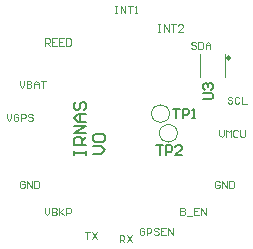
<source format=gto>
G04*
G04 #@! TF.GenerationSoftware,Altium Limited,Altium Designer,19.1.5 (86)*
G04*
G04 Layer_Color=65535*
%FSAX25Y25*%
%MOIN*%
G70*
G01*
G75*
%ADD10C,0.00394*%
%ADD11C,0.01000*%
%ADD12C,0.00787*%
%ADD13C,0.00591*%
D10*
X0167174Y0164055D02*
G03*
X0167174Y0164055I-0002993J0000000D01*
G01*
X0169812Y0157559D02*
G03*
X0169812Y0157559I-0002993J0000000D01*
G01*
X0185559Y0176181D02*
X0185559Y0184055D01*
X0177252Y0184055D02*
X0177291Y0176181D01*
X0112882Y0164054D02*
Y0162480D01*
X0113669Y0161693D01*
X0114456Y0162480D01*
Y0164054D01*
X0116818Y0163661D02*
X0116424Y0164054D01*
X0115637D01*
X0115243Y0163661D01*
Y0162086D01*
X0115637Y0161693D01*
X0116424D01*
X0116818Y0162086D01*
Y0162874D01*
X0116031D01*
X0117605Y0161693D02*
Y0164054D01*
X0118786D01*
X0119179Y0163661D01*
Y0162874D01*
X0118786Y0162480D01*
X0117605D01*
X0121540Y0163661D02*
X0121147Y0164054D01*
X0120360D01*
X0119966Y0163661D01*
Y0163267D01*
X0120360Y0162874D01*
X0121147D01*
X0121540Y0162480D01*
Y0162086D01*
X0121147Y0161693D01*
X0120360D01*
X0119966Y0162086D01*
X0125677Y0186772D02*
Y0189133D01*
X0126858D01*
X0127251Y0188740D01*
Y0187952D01*
X0126858Y0187559D01*
X0125677D01*
X0126464D02*
X0127251Y0186772D01*
X0129613Y0189133D02*
X0128039D01*
Y0186772D01*
X0129613D01*
X0128039Y0187952D02*
X0128826D01*
X0131974Y0189133D02*
X0130400D01*
Y0186772D01*
X0131974D01*
X0130400Y0187952D02*
X0131187D01*
X0132762Y0189133D02*
Y0186772D01*
X0133942D01*
X0134336Y0187165D01*
Y0188740D01*
X0133942Y0189133D01*
X0132762D01*
X0125598Y0132598D02*
Y0131023D01*
X0126386Y0130236D01*
X0127173Y0131023D01*
Y0132598D01*
X0127960D02*
Y0130236D01*
X0129141D01*
X0129534Y0130630D01*
Y0131023D01*
X0129141Y0131417D01*
X0127960D01*
X0129141D01*
X0129534Y0131810D01*
Y0132204D01*
X0129141Y0132598D01*
X0127960D01*
X0130321D02*
Y0130236D01*
Y0131023D01*
X0131896Y0132598D01*
X0130715Y0131417D01*
X0131896Y0130236D01*
X0132683D02*
Y0132598D01*
X0133863D01*
X0134257Y0132204D01*
Y0131417D01*
X0133863Y0131023D01*
X0132683D01*
X0158787Y0125590D02*
X0158393Y0125984D01*
X0157606D01*
X0157213Y0125590D01*
Y0124016D01*
X0157606Y0123622D01*
X0158393D01*
X0158787Y0124016D01*
Y0124803D01*
X0158000D01*
X0159574Y0123622D02*
Y0125984D01*
X0160755D01*
X0161148Y0125590D01*
Y0124803D01*
X0160755Y0124409D01*
X0159574D01*
X0163510Y0125590D02*
X0163116Y0125984D01*
X0162329D01*
X0161935Y0125590D01*
Y0125196D01*
X0162329Y0124803D01*
X0163116D01*
X0163510Y0124409D01*
Y0124016D01*
X0163116Y0123622D01*
X0162329D01*
X0161935Y0124016D01*
X0165871Y0125984D02*
X0164297D01*
Y0123622D01*
X0165871D01*
X0164297Y0124803D02*
X0165084D01*
X0166658Y0123622D02*
Y0125984D01*
X0168233Y0123622D01*
Y0125984D01*
X0163354Y0193818D02*
X0164141D01*
X0163748D01*
Y0191457D01*
X0163354D01*
X0164141D01*
X0165322D02*
Y0193818D01*
X0166896Y0191457D01*
Y0193818D01*
X0167684D02*
X0169258D01*
X0168471D01*
Y0191457D01*
X0171619D02*
X0170045D01*
X0171619Y0193031D01*
Y0193424D01*
X0171226Y0193818D01*
X0170439D01*
X0170045Y0193424D01*
X0170717Y0132755D02*
Y0130394D01*
X0171897D01*
X0172291Y0130787D01*
Y0131181D01*
X0171897Y0131574D01*
X0170717D01*
X0171897D01*
X0172291Y0131968D01*
Y0132362D01*
X0171897Y0132755D01*
X0170717D01*
X0173078Y0130000D02*
X0174652D01*
X0177014Y0132755D02*
X0175439D01*
Y0130394D01*
X0177014D01*
X0175439Y0131574D02*
X0176227D01*
X0177801Y0130394D02*
Y0132755D01*
X0179375Y0130394D01*
Y0132755D01*
X0150591Y0121142D02*
Y0123503D01*
X0151771D01*
X0152165Y0123110D01*
Y0122322D01*
X0151771Y0121929D01*
X0150591D01*
X0151378D02*
X0152165Y0121142D01*
X0152952Y0123503D02*
X0154526Y0121142D01*
Y0123503D02*
X0152952Y0121142D01*
X0176031Y0187637D02*
X0175637Y0188031D01*
X0174850D01*
X0174457Y0187637D01*
Y0187244D01*
X0174850Y0186850D01*
X0175637D01*
X0176031Y0186456D01*
Y0186063D01*
X0175637Y0185669D01*
X0174850D01*
X0174457Y0186063D01*
X0176818Y0188031D02*
Y0185669D01*
X0177999D01*
X0178392Y0186063D01*
Y0187637D01*
X0177999Y0188031D01*
X0176818D01*
X0179180Y0185669D02*
Y0187244D01*
X0179967Y0188031D01*
X0180754Y0187244D01*
Y0185669D01*
Y0186850D01*
X0179180D01*
X0188118Y0169369D02*
X0187724Y0169763D01*
X0186937D01*
X0186543Y0169369D01*
Y0168976D01*
X0186937Y0168582D01*
X0187724D01*
X0188118Y0168189D01*
Y0167795D01*
X0187724Y0167402D01*
X0186937D01*
X0186543Y0167795D01*
X0190479Y0169369D02*
X0190085Y0169763D01*
X0189298D01*
X0188905Y0169369D01*
Y0167795D01*
X0189298Y0167402D01*
X0190085D01*
X0190479Y0167795D01*
X0191266Y0169763D02*
Y0167402D01*
X0192841D01*
X0183748Y0158661D02*
Y0157086D01*
X0184535Y0156299D01*
X0185322Y0157086D01*
Y0158661D01*
X0186109Y0156299D02*
Y0158661D01*
X0186897Y0157873D01*
X0187684Y0158661D01*
Y0156299D01*
X0190045Y0158267D02*
X0189652Y0158661D01*
X0188865D01*
X0188471Y0158267D01*
Y0156693D01*
X0188865Y0156299D01*
X0189652D01*
X0190045Y0156693D01*
X0190832Y0158661D02*
Y0156693D01*
X0191226Y0156299D01*
X0192013D01*
X0192407Y0156693D01*
Y0158661D01*
X0148945Y0199988D02*
X0149732D01*
X0149338D01*
Y0197627D01*
X0148945D01*
X0149732D01*
X0150913D02*
Y0199988D01*
X0152487Y0197627D01*
Y0199988D01*
X0153274D02*
X0154849D01*
X0154061D01*
Y0197627D01*
X0155636D02*
X0156423D01*
X0156029D01*
Y0199988D01*
X0155636Y0199595D01*
X0138984Y0124684D02*
X0140559D01*
X0139771D01*
Y0122323D01*
X0141346Y0124684D02*
X0142920Y0122323D01*
Y0124684D02*
X0141346Y0122323D01*
X0117213Y0175039D02*
Y0173464D01*
X0118000Y0172677D01*
X0118787Y0173464D01*
Y0175039D01*
X0119574D02*
Y0172677D01*
X0120755D01*
X0121148Y0173071D01*
Y0173464D01*
X0120755Y0173858D01*
X0119574D01*
X0120755D01*
X0121148Y0174251D01*
Y0174645D01*
X0120755Y0175039D01*
X0119574D01*
X0121935Y0172677D02*
Y0174251D01*
X0122723Y0175039D01*
X0123510Y0174251D01*
Y0172677D01*
Y0173858D01*
X0121935D01*
X0124297Y0175039D02*
X0125871D01*
X0125084D01*
Y0172677D01*
X0183866Y0141220D02*
X0183472Y0141613D01*
X0182685D01*
X0182291Y0141220D01*
Y0139646D01*
X0182685Y0139252D01*
X0183472D01*
X0183866Y0139646D01*
Y0140433D01*
X0183079D01*
X0184653Y0139252D02*
Y0141613D01*
X0186227Y0139252D01*
Y0141613D01*
X0187014D02*
Y0139252D01*
X0188195D01*
X0188589Y0139646D01*
Y0141220D01*
X0188195Y0141613D01*
X0187014D01*
X0118866Y0141366D02*
X0118472Y0141760D01*
X0117685D01*
X0117291Y0141366D01*
Y0139792D01*
X0117685Y0139399D01*
X0118472D01*
X0118866Y0139792D01*
Y0140579D01*
X0118078D01*
X0119653Y0139399D02*
Y0141760D01*
X0121227Y0139399D01*
Y0141760D01*
X0122014D02*
Y0139399D01*
X0123195D01*
X0123589Y0139792D01*
Y0141366D01*
X0123195Y0141760D01*
X0122014D01*
D11*
X0187284Y0182677D02*
G03*
X0187284Y0182677I-0000426J0000000D01*
G01*
D12*
X0141584Y0150709D02*
X0144208D01*
X0145520Y0152021D01*
X0144208Y0153332D01*
X0141584D01*
X0142240Y0154644D02*
X0141584Y0155300D01*
Y0156612D01*
X0142240Y0157268D01*
X0144864D01*
X0145520Y0156612D01*
Y0155300D01*
X0144864Y0154644D01*
X0142240D01*
X0135442Y0150276D02*
Y0151587D01*
Y0150932D01*
X0139378D01*
Y0150276D01*
Y0151587D01*
Y0153555D02*
X0135442D01*
Y0155523D01*
X0136098Y0156179D01*
X0137410D01*
X0138066Y0155523D01*
Y0153555D01*
Y0154867D02*
X0139378Y0156179D01*
Y0157491D02*
X0135442D01*
X0139378Y0160115D01*
X0135442D01*
X0139378Y0161427D02*
X0136754D01*
X0135442Y0162739D01*
X0136754Y0164051D01*
X0139378D01*
X0137410D01*
Y0161427D01*
X0136098Y0167986D02*
X0135442Y0167331D01*
Y0166019D01*
X0136098Y0165363D01*
X0136754D01*
X0137410Y0166019D01*
Y0167331D01*
X0138066Y0167986D01*
X0138722D01*
X0139378Y0167331D01*
Y0166019D01*
X0138722Y0165363D01*
D13*
X0162803Y0153503D02*
X0164902D01*
X0163853D01*
Y0150354D01*
X0165952D02*
Y0153503D01*
X0167526D01*
X0168051Y0152978D01*
Y0151929D01*
X0167526Y0151404D01*
X0165952D01*
X0171199Y0150354D02*
X0169100D01*
X0171199Y0152453D01*
Y0152978D01*
X0170675Y0153503D01*
X0169625D01*
X0169100Y0152978D01*
X0168433Y0165786D02*
X0170532D01*
X0169483D01*
Y0162638D01*
X0171582D02*
Y0165786D01*
X0173156D01*
X0173681Y0165262D01*
Y0164212D01*
X0173156Y0163687D01*
X0171582D01*
X0174730Y0162638D02*
X0175780D01*
X0175255D01*
Y0165786D01*
X0174730Y0165262D01*
X0178395Y0168898D02*
X0181018D01*
X0181543Y0169422D01*
Y0170472D01*
X0181018Y0170997D01*
X0178395D01*
X0178919Y0172046D02*
X0178395Y0172571D01*
Y0173620D01*
X0178919Y0174145D01*
X0179444D01*
X0179969Y0173620D01*
Y0173096D01*
Y0173620D01*
X0180494Y0174145D01*
X0181018D01*
X0181543Y0173620D01*
Y0172571D01*
X0181018Y0172046D01*
M02*

</source>
